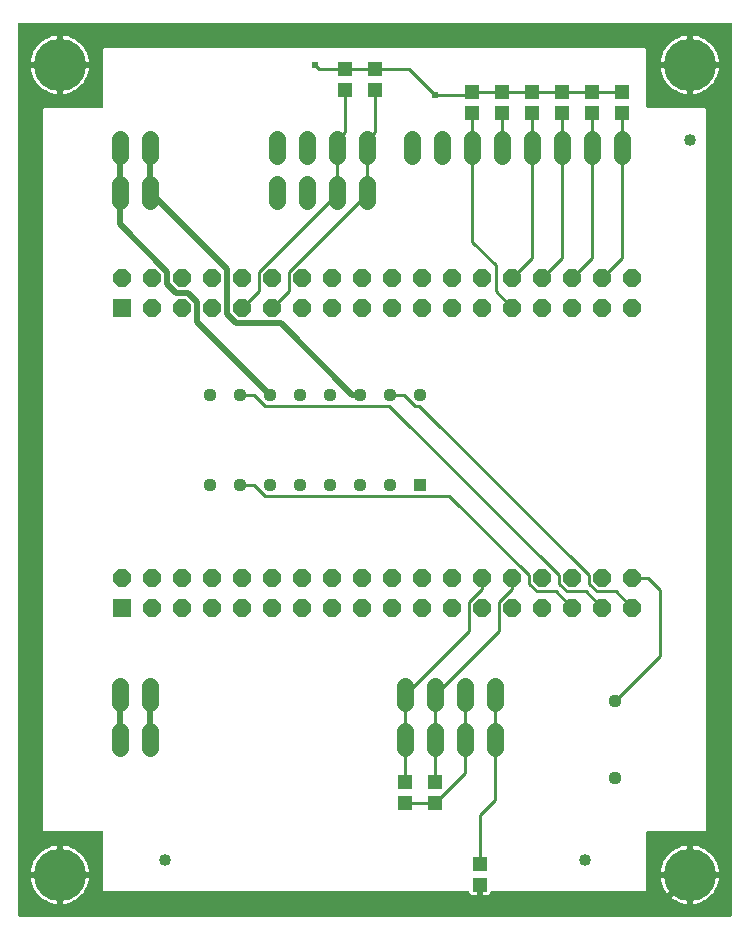
<source format=gbr>
G04 EAGLE Gerber RS-274X export*
G75*
%MOMM*%
%FSLAX34Y34*%
%LPD*%
%INTop Copper*%
%IPPOS*%
%AMOC8*
5,1,8,0,0,1.08239X$1,22.5*%
G01*
%ADD10R,1.524000X1.524000*%
%ADD11P,1.649562X8X22.500000*%
%ADD12C,1.120000*%
%ADD13R,1.130000X1.130000*%
%ADD14C,1.130000*%
%ADD15C,1.422400*%
%ADD16R,1.270000X1.143000*%
%ADD17C,1.016000*%
%ADD18C,4.445000*%
%ADD19C,0.254000*%
%ADD20C,0.609600*%
%ADD21C,0.508000*%

G36*
X605908Y2556D02*
X605908Y2556D01*
X606027Y2563D01*
X606065Y2576D01*
X606106Y2581D01*
X606216Y2624D01*
X606329Y2661D01*
X606364Y2683D01*
X606401Y2698D01*
X606497Y2767D01*
X606598Y2831D01*
X606626Y2861D01*
X606659Y2884D01*
X606735Y2976D01*
X606816Y3063D01*
X606836Y3098D01*
X606861Y3129D01*
X606912Y3237D01*
X606970Y3341D01*
X606980Y3381D01*
X606997Y3417D01*
X607019Y3534D01*
X607049Y3649D01*
X607053Y3709D01*
X607057Y3729D01*
X607055Y3750D01*
X607059Y3810D01*
X607059Y758190D01*
X607044Y758308D01*
X607037Y758427D01*
X607024Y758465D01*
X607019Y758506D01*
X606976Y758616D01*
X606939Y758729D01*
X606917Y758764D01*
X606902Y758801D01*
X606833Y758897D01*
X606769Y758998D01*
X606739Y759026D01*
X606716Y759059D01*
X606624Y759135D01*
X606537Y759216D01*
X606502Y759236D01*
X606471Y759261D01*
X606363Y759312D01*
X606259Y759370D01*
X606219Y759380D01*
X606183Y759397D01*
X606066Y759419D01*
X605951Y759449D01*
X605891Y759453D01*
X605871Y759457D01*
X605850Y759455D01*
X605790Y759459D01*
X3810Y759459D01*
X3692Y759444D01*
X3573Y759437D01*
X3535Y759424D01*
X3494Y759419D01*
X3384Y759376D01*
X3271Y759339D01*
X3236Y759317D01*
X3199Y759302D01*
X3103Y759233D01*
X3002Y759169D01*
X2974Y759139D01*
X2941Y759116D01*
X2865Y759024D01*
X2784Y758937D01*
X2764Y758902D01*
X2739Y758871D01*
X2688Y758763D01*
X2630Y758659D01*
X2620Y758619D01*
X2603Y758583D01*
X2581Y758466D01*
X2551Y758351D01*
X2547Y758291D01*
X2543Y758271D01*
X2545Y758250D01*
X2541Y758190D01*
X2541Y3810D01*
X2556Y3692D01*
X2563Y3573D01*
X2576Y3535D01*
X2581Y3494D01*
X2624Y3384D01*
X2661Y3271D01*
X2683Y3236D01*
X2698Y3199D01*
X2767Y3103D01*
X2831Y3002D01*
X2861Y2974D01*
X2884Y2941D01*
X2976Y2865D01*
X3063Y2784D01*
X3098Y2764D01*
X3129Y2739D01*
X3237Y2688D01*
X3341Y2630D01*
X3381Y2620D01*
X3417Y2603D01*
X3534Y2581D01*
X3649Y2551D01*
X3709Y2547D01*
X3729Y2543D01*
X3750Y2545D01*
X3810Y2541D01*
X605790Y2541D01*
X605908Y2556D01*
G37*
%LPC*%
G36*
X387016Y20954D02*
X387016Y20954D01*
X386369Y21127D01*
X385790Y21462D01*
X385317Y21935D01*
X384982Y22514D01*
X384802Y23189D01*
X384759Y23293D01*
X384725Y23399D01*
X384699Y23439D01*
X384682Y23483D01*
X384615Y23573D01*
X384555Y23668D01*
X384520Y23700D01*
X384492Y23738D01*
X384405Y23809D01*
X384323Y23886D01*
X384282Y23909D01*
X384245Y23939D01*
X384143Y23985D01*
X384044Y24040D01*
X383999Y24051D01*
X383956Y24071D01*
X383845Y24091D01*
X383736Y24119D01*
X383664Y24124D01*
X383643Y24127D01*
X383625Y24126D01*
X383576Y24129D01*
X75674Y24129D01*
X74929Y24874D01*
X74929Y73660D01*
X74914Y73778D01*
X74907Y73897D01*
X74894Y73935D01*
X74889Y73976D01*
X74846Y74086D01*
X74809Y74199D01*
X74787Y74234D01*
X74772Y74271D01*
X74703Y74367D01*
X74639Y74468D01*
X74609Y74496D01*
X74586Y74529D01*
X74494Y74605D01*
X74407Y74686D01*
X74372Y74706D01*
X74341Y74731D01*
X74233Y74782D01*
X74129Y74840D01*
X74089Y74850D01*
X74053Y74867D01*
X73936Y74889D01*
X73821Y74919D01*
X73761Y74923D01*
X73741Y74927D01*
X73720Y74925D01*
X73660Y74929D01*
X24874Y74929D01*
X24129Y75674D01*
X24129Y686326D01*
X24874Y687071D01*
X73660Y687071D01*
X73778Y687086D01*
X73897Y687093D01*
X73935Y687106D01*
X73976Y687111D01*
X74086Y687154D01*
X74199Y687191D01*
X74234Y687213D01*
X74271Y687228D01*
X74367Y687297D01*
X74468Y687361D01*
X74496Y687391D01*
X74529Y687414D01*
X74605Y687506D01*
X74686Y687593D01*
X74706Y687628D01*
X74731Y687659D01*
X74782Y687767D01*
X74840Y687871D01*
X74850Y687911D01*
X74867Y687947D01*
X74889Y688064D01*
X74919Y688179D01*
X74923Y688239D01*
X74927Y688259D01*
X74925Y688280D01*
X74929Y688340D01*
X74929Y737126D01*
X75674Y737871D01*
X533926Y737871D01*
X534671Y737126D01*
X534671Y688340D01*
X534686Y688222D01*
X534693Y688103D01*
X534706Y688065D01*
X534711Y688024D01*
X534754Y687914D01*
X534791Y687801D01*
X534813Y687766D01*
X534828Y687729D01*
X534897Y687633D01*
X534961Y687532D01*
X534991Y687504D01*
X535014Y687471D01*
X535106Y687395D01*
X535193Y687314D01*
X535228Y687294D01*
X535259Y687269D01*
X535367Y687218D01*
X535471Y687160D01*
X535511Y687150D01*
X535547Y687133D01*
X535664Y687111D01*
X535779Y687081D01*
X535839Y687077D01*
X535859Y687073D01*
X535880Y687075D01*
X535940Y687071D01*
X584726Y687071D01*
X585471Y686326D01*
X585471Y75674D01*
X584726Y74929D01*
X535940Y74929D01*
X535822Y74914D01*
X535703Y74907D01*
X535665Y74894D01*
X535624Y74889D01*
X535514Y74846D01*
X535401Y74809D01*
X535366Y74787D01*
X535329Y74772D01*
X535233Y74703D01*
X535132Y74639D01*
X535104Y74609D01*
X535071Y74586D01*
X534995Y74494D01*
X534914Y74407D01*
X534894Y74372D01*
X534869Y74341D01*
X534818Y74233D01*
X534760Y74129D01*
X534750Y74089D01*
X534733Y74053D01*
X534711Y73936D01*
X534681Y73821D01*
X534677Y73761D01*
X534673Y73741D01*
X534675Y73720D01*
X534671Y73660D01*
X534671Y24874D01*
X533926Y24129D01*
X403824Y24129D01*
X403713Y24115D01*
X403601Y24109D01*
X403556Y24095D01*
X403509Y24089D01*
X403404Y24048D01*
X403297Y24015D01*
X403257Y23990D01*
X403213Y23972D01*
X403122Y23906D01*
X403027Y23847D01*
X402994Y23813D01*
X402956Y23786D01*
X402884Y23699D01*
X402806Y23618D01*
X402783Y23577D01*
X402753Y23541D01*
X402705Y23439D01*
X402650Y23341D01*
X402626Y23272D01*
X402617Y23253D01*
X402616Y23245D01*
X402614Y23242D01*
X402612Y23229D01*
X402598Y23189D01*
X402418Y22514D01*
X402083Y21935D01*
X401610Y21462D01*
X401031Y21127D01*
X400384Y20954D01*
X396239Y20954D01*
X396239Y22860D01*
X396224Y22978D01*
X396217Y23097D01*
X396204Y23135D01*
X396199Y23176D01*
X396155Y23286D01*
X396119Y23399D01*
X396097Y23434D01*
X396082Y23471D01*
X396012Y23567D01*
X395949Y23668D01*
X395919Y23696D01*
X395895Y23729D01*
X395804Y23805D01*
X395717Y23886D01*
X395682Y23906D01*
X395650Y23931D01*
X395543Y23982D01*
X395439Y24040D01*
X395399Y24050D01*
X395363Y24067D01*
X395246Y24089D01*
X395131Y24119D01*
X395070Y24123D01*
X395050Y24127D01*
X395030Y24125D01*
X394970Y24129D01*
X392430Y24129D01*
X392312Y24114D01*
X392193Y24107D01*
X392155Y24094D01*
X392115Y24089D01*
X392004Y24046D01*
X391891Y24009D01*
X391856Y23987D01*
X391819Y23972D01*
X391723Y23903D01*
X391622Y23839D01*
X391594Y23809D01*
X391561Y23786D01*
X391486Y23694D01*
X391404Y23607D01*
X391384Y23572D01*
X391359Y23541D01*
X391308Y23433D01*
X391250Y23329D01*
X391240Y23289D01*
X391223Y23253D01*
X391201Y23136D01*
X391171Y23021D01*
X391167Y22961D01*
X391163Y22941D01*
X391164Y22932D01*
X391163Y22929D01*
X391164Y22915D01*
X391161Y22860D01*
X391161Y20954D01*
X387016Y20954D01*
G37*
%LPD*%
%LPC*%
G36*
X40639Y726439D02*
X40639Y726439D01*
X40639Y748536D01*
X42255Y748354D01*
X44967Y747735D01*
X47592Y746817D01*
X50099Y745610D01*
X52454Y744130D01*
X54629Y742395D01*
X56595Y740429D01*
X58330Y738254D01*
X59810Y735899D01*
X61017Y733392D01*
X61935Y730767D01*
X62554Y728055D01*
X62736Y726439D01*
X40639Y726439D01*
G37*
%LPD*%
%LPC*%
G36*
X574039Y726439D02*
X574039Y726439D01*
X574039Y748536D01*
X575655Y748354D01*
X578367Y747735D01*
X580992Y746817D01*
X583499Y745610D01*
X585854Y744130D01*
X588029Y742395D01*
X589995Y740429D01*
X591730Y738254D01*
X593210Y735899D01*
X594417Y733392D01*
X595335Y730767D01*
X595954Y728055D01*
X596136Y726439D01*
X574039Y726439D01*
G37*
%LPD*%
%LPC*%
G36*
X40639Y40639D02*
X40639Y40639D01*
X40639Y62736D01*
X42255Y62554D01*
X44967Y61935D01*
X47592Y61017D01*
X50099Y59810D01*
X52454Y58330D01*
X54629Y56595D01*
X56595Y54629D01*
X58330Y52454D01*
X59810Y50099D01*
X61017Y47592D01*
X61935Y44967D01*
X62554Y42255D01*
X62736Y40639D01*
X40639Y40639D01*
G37*
%LPD*%
%LPC*%
G36*
X574039Y40639D02*
X574039Y40639D01*
X574039Y62736D01*
X575655Y62554D01*
X578367Y61935D01*
X580992Y61017D01*
X583499Y59810D01*
X585854Y58330D01*
X588029Y56595D01*
X589995Y54629D01*
X591730Y52454D01*
X593210Y50099D01*
X594417Y47592D01*
X595335Y44967D01*
X595954Y42255D01*
X596136Y40639D01*
X574039Y40639D01*
G37*
%LPD*%
%LPC*%
G36*
X574039Y35561D02*
X574039Y35561D01*
X596136Y35561D01*
X595954Y33945D01*
X595335Y31233D01*
X594417Y28608D01*
X593210Y26101D01*
X591730Y23746D01*
X589995Y21571D01*
X588029Y19605D01*
X585854Y17870D01*
X583499Y16390D01*
X580992Y15183D01*
X578367Y14265D01*
X575655Y13646D01*
X574039Y13464D01*
X574039Y35561D01*
G37*
%LPD*%
%LPC*%
G36*
X40639Y35561D02*
X40639Y35561D01*
X62736Y35561D01*
X62554Y33945D01*
X61935Y31233D01*
X61017Y28608D01*
X59810Y26101D01*
X58330Y23746D01*
X56595Y21571D01*
X54629Y19605D01*
X52454Y17870D01*
X50099Y16390D01*
X47592Y15183D01*
X44967Y14265D01*
X42255Y13646D01*
X40639Y13464D01*
X40639Y35561D01*
G37*
%LPD*%
%LPC*%
G36*
X13464Y726439D02*
X13464Y726439D01*
X13646Y728055D01*
X14265Y730767D01*
X15183Y733392D01*
X16390Y735899D01*
X17870Y738254D01*
X19605Y740429D01*
X21571Y742395D01*
X23746Y744130D01*
X26101Y745610D01*
X28608Y746817D01*
X31233Y747735D01*
X33945Y748354D01*
X35561Y748536D01*
X35561Y726439D01*
X13464Y726439D01*
G37*
%LPD*%
%LPC*%
G36*
X546864Y726439D02*
X546864Y726439D01*
X547046Y728055D01*
X547665Y730767D01*
X548583Y733392D01*
X549790Y735899D01*
X551270Y738254D01*
X553005Y740429D01*
X554971Y742395D01*
X557146Y744130D01*
X559501Y745610D01*
X562008Y746817D01*
X564633Y747735D01*
X567345Y748354D01*
X568961Y748536D01*
X568961Y726439D01*
X546864Y726439D01*
G37*
%LPD*%
%LPC*%
G36*
X574039Y721361D02*
X574039Y721361D01*
X596136Y721361D01*
X595954Y719745D01*
X595335Y717033D01*
X594417Y714408D01*
X593210Y711901D01*
X591730Y709546D01*
X589995Y707371D01*
X588029Y705405D01*
X585854Y703670D01*
X583499Y702190D01*
X580992Y700983D01*
X578367Y700065D01*
X575655Y699446D01*
X574039Y699264D01*
X574039Y721361D01*
G37*
%LPD*%
%LPC*%
G36*
X40639Y721361D02*
X40639Y721361D01*
X62736Y721361D01*
X62554Y719745D01*
X61935Y717033D01*
X61017Y714408D01*
X59810Y711901D01*
X58330Y709546D01*
X56595Y707371D01*
X54629Y705405D01*
X52454Y703670D01*
X50099Y702190D01*
X47592Y700983D01*
X44967Y700065D01*
X42255Y699446D01*
X40639Y699264D01*
X40639Y721361D01*
G37*
%LPD*%
%LPC*%
G36*
X13464Y40639D02*
X13464Y40639D01*
X13646Y42255D01*
X14265Y44967D01*
X15183Y47592D01*
X16390Y50099D01*
X17870Y52454D01*
X19605Y54629D01*
X21571Y56595D01*
X23746Y58330D01*
X26101Y59810D01*
X28608Y61017D01*
X31233Y61935D01*
X33945Y62554D01*
X35561Y62736D01*
X35561Y40639D01*
X13464Y40639D01*
G37*
%LPD*%
%LPC*%
G36*
X546864Y40639D02*
X546864Y40639D01*
X547046Y42255D01*
X547665Y44967D01*
X548583Y47592D01*
X549790Y50099D01*
X551270Y52454D01*
X553005Y54629D01*
X554971Y56595D01*
X557146Y58330D01*
X559501Y59810D01*
X562008Y61017D01*
X564633Y61935D01*
X567345Y62554D01*
X568961Y62736D01*
X568961Y40639D01*
X546864Y40639D01*
G37*
%LPD*%
%LPC*%
G36*
X567345Y13646D02*
X567345Y13646D01*
X564633Y14265D01*
X562008Y15183D01*
X559501Y16390D01*
X557146Y17870D01*
X554971Y19605D01*
X553005Y21571D01*
X551270Y23746D01*
X549790Y26101D01*
X548583Y28608D01*
X547665Y31233D01*
X547046Y33945D01*
X546864Y35561D01*
X568961Y35561D01*
X568961Y13464D01*
X567345Y13646D01*
G37*
%LPD*%
%LPC*%
G36*
X33945Y13646D02*
X33945Y13646D01*
X31233Y14265D01*
X28608Y15183D01*
X26101Y16390D01*
X23746Y17870D01*
X21571Y19605D01*
X19605Y21571D01*
X17870Y23746D01*
X16390Y26101D01*
X15183Y28608D01*
X14265Y31233D01*
X13646Y33945D01*
X13464Y35561D01*
X35561Y35561D01*
X35561Y13464D01*
X33945Y13646D01*
G37*
%LPD*%
%LPC*%
G36*
X567345Y699446D02*
X567345Y699446D01*
X564633Y700065D01*
X562008Y700983D01*
X559501Y702190D01*
X557146Y703670D01*
X554971Y705405D01*
X553005Y707371D01*
X551270Y709546D01*
X549790Y711901D01*
X548583Y714408D01*
X547665Y717033D01*
X547046Y719745D01*
X546864Y721361D01*
X568961Y721361D01*
X568961Y699264D01*
X567345Y699446D01*
G37*
%LPD*%
%LPC*%
G36*
X33945Y699446D02*
X33945Y699446D01*
X31233Y700065D01*
X28608Y700983D01*
X26101Y702190D01*
X23746Y703670D01*
X21571Y705405D01*
X19605Y707371D01*
X17870Y709546D01*
X16390Y711901D01*
X15183Y714408D01*
X14265Y717033D01*
X13646Y719745D01*
X13464Y721361D01*
X35561Y721361D01*
X35561Y699264D01*
X33945Y699446D01*
G37*
%LPD*%
%LPC*%
G36*
X571499Y723899D02*
X571499Y723899D01*
X571499Y723901D01*
X571501Y723901D01*
X571501Y723899D01*
X571499Y723899D01*
G37*
%LPD*%
%LPC*%
G36*
X38099Y723899D02*
X38099Y723899D01*
X38099Y723901D01*
X38101Y723901D01*
X38101Y723899D01*
X38099Y723899D01*
G37*
%LPD*%
%LPC*%
G36*
X571499Y38099D02*
X571499Y38099D01*
X571499Y38101D01*
X571501Y38101D01*
X571501Y38099D01*
X571499Y38099D01*
G37*
%LPD*%
%LPC*%
G36*
X38099Y38099D02*
X38099Y38099D01*
X38099Y38101D01*
X38101Y38101D01*
X38101Y38099D01*
X38099Y38099D01*
G37*
%LPD*%
D10*
X90850Y263900D03*
D11*
X90850Y289300D03*
X116250Y263900D03*
X116250Y289300D03*
X141650Y263900D03*
X141650Y289300D03*
X167050Y263900D03*
X167050Y289300D03*
X192450Y263900D03*
X192450Y289300D03*
X217850Y263900D03*
X217850Y289300D03*
X243250Y263900D03*
X243250Y289300D03*
X268650Y263900D03*
X268650Y289300D03*
X294050Y263900D03*
X294050Y289300D03*
X319450Y263900D03*
X319450Y289300D03*
X344850Y263900D03*
X344850Y289300D03*
X370250Y263900D03*
X370250Y289300D03*
X395650Y263900D03*
X395650Y289300D03*
X421050Y263900D03*
X421050Y289300D03*
X446450Y263900D03*
X446450Y289300D03*
X471850Y263900D03*
X471850Y289300D03*
X497250Y263900D03*
X497250Y289300D03*
X522650Y263900D03*
X522650Y289300D03*
D10*
X90850Y517900D03*
D11*
X90850Y543300D03*
X116250Y517900D03*
X116250Y543300D03*
X141650Y517900D03*
X141650Y543300D03*
X167050Y517900D03*
X167050Y543300D03*
X192450Y517900D03*
X192450Y543300D03*
X217850Y517900D03*
X217850Y543300D03*
X243250Y517900D03*
X243250Y543300D03*
X268650Y517900D03*
X268650Y543300D03*
X294050Y517900D03*
X294050Y543300D03*
X319450Y517900D03*
X319450Y543300D03*
X344850Y517900D03*
X344850Y543300D03*
X370250Y517900D03*
X370250Y543300D03*
X395650Y517900D03*
X395650Y543300D03*
X421050Y517900D03*
X421050Y543300D03*
X446450Y517900D03*
X446450Y543300D03*
X471850Y517900D03*
X471850Y543300D03*
X497250Y517900D03*
X497250Y543300D03*
X522650Y517900D03*
X522650Y543300D03*
D12*
X508000Y119900D03*
X508000Y184900D03*
D13*
X342900Y368300D03*
D14*
X317500Y368300D03*
X292100Y368300D03*
X266700Y368300D03*
X241300Y368300D03*
X215900Y368300D03*
X190500Y368300D03*
X165100Y368300D03*
X165100Y444500D03*
X190500Y444500D03*
X215900Y444500D03*
X241300Y444500D03*
X266700Y444500D03*
X292100Y444500D03*
X317500Y444500D03*
X342900Y444500D03*
D15*
X88900Y197612D02*
X88900Y183388D01*
X114300Y183388D02*
X114300Y197612D01*
X88900Y159512D02*
X88900Y145288D01*
X114300Y145288D02*
X114300Y159512D01*
X114300Y608838D02*
X114300Y623062D01*
X88900Y623062D02*
X88900Y608838D01*
X114300Y646938D02*
X114300Y661162D01*
X88900Y661162D02*
X88900Y646938D01*
X298450Y646938D02*
X298450Y661162D01*
X273050Y661162D02*
X273050Y646938D01*
X247650Y646938D02*
X247650Y661162D01*
X222250Y661162D02*
X222250Y646938D01*
X298450Y623062D02*
X298450Y608838D01*
X273050Y608838D02*
X273050Y623062D01*
X247650Y623062D02*
X247650Y608838D01*
X222250Y608838D02*
X222250Y623062D01*
X330200Y159512D02*
X330200Y145288D01*
X355600Y145288D02*
X355600Y159512D01*
X381000Y159512D02*
X381000Y145288D01*
X406400Y145288D02*
X406400Y159512D01*
X330200Y183388D02*
X330200Y197612D01*
X355600Y197612D02*
X355600Y183388D01*
X381000Y183388D02*
X381000Y197612D01*
X406400Y197612D02*
X406400Y183388D01*
X514350Y646938D02*
X514350Y661162D01*
X488950Y661162D02*
X488950Y646938D01*
X463550Y646938D02*
X463550Y661162D01*
X438150Y661162D02*
X438150Y646938D01*
X412750Y646938D02*
X412750Y661162D01*
X387350Y661162D02*
X387350Y646938D01*
X361950Y646938D02*
X361950Y661162D01*
X336550Y661162D02*
X336550Y646938D01*
D16*
X514350Y701040D03*
X514350Y683260D03*
X488950Y701040D03*
X488950Y683260D03*
X463550Y701040D03*
X463550Y683260D03*
X438150Y701040D03*
X438150Y683260D03*
X412750Y701040D03*
X412750Y683260D03*
X387350Y701040D03*
X387350Y683260D03*
D17*
X482600Y50800D03*
X571500Y660400D03*
X127000Y50800D03*
D16*
X393700Y46990D03*
X393700Y29210D03*
D18*
X571500Y723900D03*
X38100Y723900D03*
X571500Y38100D03*
X38100Y38100D03*
D16*
X304800Y702310D03*
X304800Y720090D03*
X279400Y702310D03*
X279400Y720090D03*
X330200Y116840D03*
X330200Y99060D03*
X355600Y116840D03*
X355600Y99060D03*
D19*
X406400Y152400D02*
X406400Y190500D01*
X406400Y152400D02*
X406400Y127000D01*
X393700Y88900D02*
X393700Y46990D01*
X393700Y88900D02*
X406400Y101600D01*
X406400Y127000D01*
X508000Y184900D02*
X546100Y223000D01*
X546100Y279400D01*
X536200Y289300D01*
X522650Y289300D01*
X412750Y701040D02*
X387350Y701040D01*
X412750Y701040D02*
X438150Y701040D01*
X463550Y701040D01*
X488950Y701040D01*
X514350Y701040D01*
X355600Y99060D02*
X330200Y99060D01*
X355600Y99060D02*
X381000Y124460D01*
X381000Y152400D01*
X381000Y190500D01*
X384810Y698500D02*
X387350Y701040D01*
X384810Y698500D02*
X355600Y698500D01*
D20*
X355600Y698500D03*
D19*
X304800Y720090D02*
X279400Y720090D01*
X304800Y720090D02*
X334010Y720090D01*
X355600Y698500D01*
X279400Y720090D02*
X257810Y720090D01*
X254000Y723900D01*
D20*
X254000Y723900D03*
D21*
X114300Y190500D02*
X114300Y152400D01*
X88900Y152400D02*
X88900Y190500D01*
X285750Y444500D02*
X292100Y444500D01*
X187189Y505200D02*
X179750Y512639D01*
X225050Y505200D02*
X285750Y444500D01*
X179750Y550500D02*
X114300Y615950D01*
X187189Y505200D02*
X225050Y505200D01*
X179750Y512639D02*
X179750Y550500D01*
X114300Y615950D02*
X114300Y654050D01*
X146911Y530600D02*
X154350Y523161D01*
X154350Y506050D02*
X215900Y444500D01*
X154350Y506050D02*
X154350Y523161D01*
X146911Y530600D02*
X136389Y530600D01*
X128950Y538039D01*
X128950Y548561D01*
X88900Y588611D02*
X88900Y615950D01*
X88900Y588611D02*
X128950Y548561D01*
X88900Y615950D02*
X88900Y654050D01*
D19*
X435020Y284566D02*
X441716Y277870D01*
X457880Y277870D02*
X471850Y263900D01*
X202522Y368300D02*
X190500Y368300D01*
X441716Y277870D02*
X457880Y277870D01*
X211982Y358840D02*
X202522Y368300D01*
X435020Y291495D02*
X435020Y284566D01*
X435020Y291495D02*
X367675Y358840D01*
X211982Y358840D01*
X460420Y284566D02*
X467116Y277870D01*
X483280Y277870D02*
X497250Y263900D01*
X202522Y444500D02*
X190500Y444500D01*
X467116Y277870D02*
X483280Y277870D01*
X211982Y435040D02*
X202522Y444500D01*
X460420Y291495D02*
X460420Y284566D01*
X460420Y291495D02*
X316875Y435040D01*
X211982Y435040D01*
X485820Y284566D02*
X492516Y277870D01*
X508680Y277870D02*
X522650Y263900D01*
X329522Y444500D02*
X317500Y444500D01*
X492516Y277870D02*
X508680Y277870D01*
X338982Y435040D02*
X329522Y444500D01*
X485820Y291495D02*
X485820Y284566D01*
X485820Y291495D02*
X342275Y435040D01*
X338982Y435040D01*
X206420Y531870D02*
X192450Y517900D01*
X206420Y531870D02*
X206420Y548035D01*
X273050Y614665D02*
X273050Y615950D01*
X273050Y614665D02*
X206420Y548035D01*
X273050Y615950D02*
X273050Y654050D01*
X273050Y660400D01*
X279400Y666750D02*
X279400Y702310D01*
X279400Y666750D02*
X273050Y660400D01*
X231820Y531870D02*
X217850Y517900D01*
X231820Y531870D02*
X231820Y548035D01*
X298450Y614665D02*
X298450Y615950D01*
X298450Y614665D02*
X231820Y548035D01*
X298450Y615950D02*
X298450Y654050D01*
X298450Y660400D01*
X304800Y666750D02*
X304800Y702310D01*
X304800Y666750D02*
X298450Y660400D01*
X384220Y244520D02*
X330200Y190500D01*
X395650Y280065D02*
X395650Y289300D01*
X384220Y268635D02*
X384220Y244520D01*
X384220Y268635D02*
X395650Y280065D01*
X330200Y190500D02*
X330200Y152400D01*
X330200Y116840D01*
X355600Y190500D02*
X409620Y244520D01*
X421050Y280065D02*
X421050Y289300D01*
X409620Y268635D02*
X409620Y244520D01*
X409620Y268635D02*
X421050Y280065D01*
X355600Y190500D02*
X355600Y152400D01*
X355600Y116840D01*
X488950Y654050D02*
X488950Y683260D01*
X488950Y654050D02*
X488950Y560400D01*
X471850Y543300D01*
X463550Y654050D02*
X463550Y683260D01*
X463550Y654050D02*
X463550Y560400D01*
X446450Y543300D01*
X438150Y654050D02*
X438150Y683260D01*
X438150Y654050D02*
X438150Y560400D01*
X421050Y543300D01*
X412750Y654050D02*
X412750Y683260D01*
X387350Y683260D02*
X387350Y654050D01*
X407080Y531870D02*
X421050Y517900D01*
X407080Y531870D02*
X407080Y554385D01*
X387350Y574115D02*
X387350Y654050D01*
X387350Y574115D02*
X407080Y554385D01*
X514350Y654050D02*
X514350Y683260D01*
X514350Y654050D02*
X514350Y560400D01*
X497250Y543300D01*
D21*
X393700Y29210D02*
X393700Y12700D01*
X546100Y12700D01*
X571500Y38100D01*
M02*

</source>
